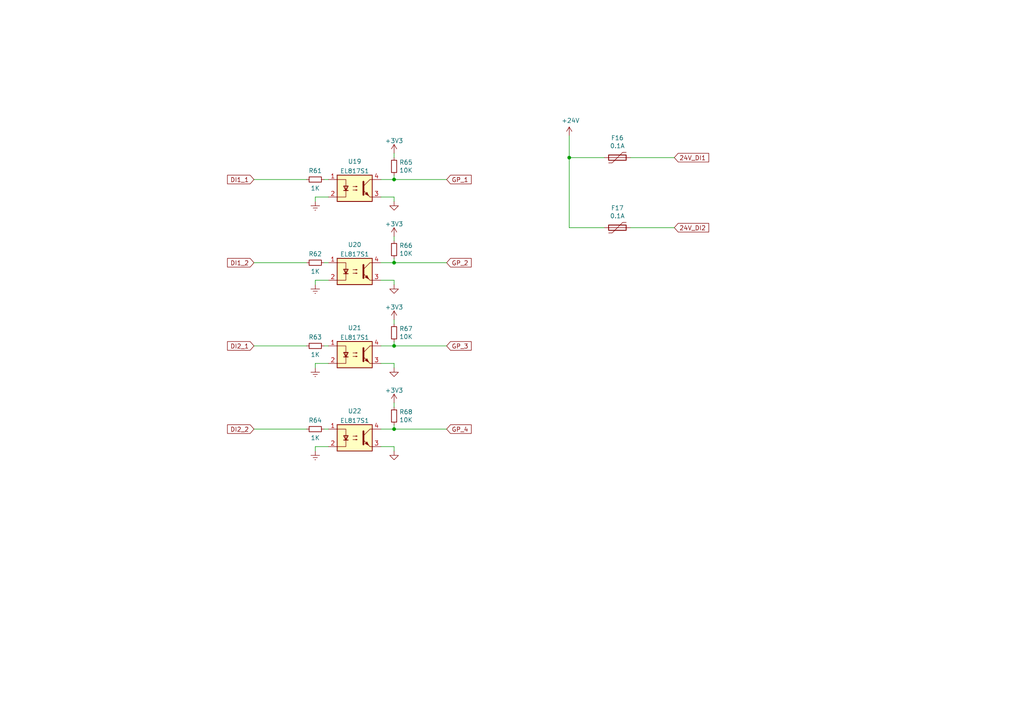
<source format=kicad_sch>
(kicad_sch (version 20211123) (generator eeschema)

  (uuid 22c82aba-2be8-4d5f-a7c9-01f76daf9abb)

  (paper "A4")

  (title_block
    (title "Greenhouse 2.0 IO Board")
    (date "2022-07-26")
    (rev "0.3.0")
    (company "Langhe Greenhaus")
    (comment 1 "Langhe Part Number: 240000")
  )

  (lib_symbols
    (symbol "Device:Polyfuse" (pin_numbers hide) (pin_names (offset 0)) (in_bom yes) (on_board yes)
      (property "Reference" "F" (id 0) (at -2.54 0 90)
        (effects (font (size 1.27 1.27)))
      )
      (property "Value" "Polyfuse" (id 1) (at 2.54 0 90)
        (effects (font (size 1.27 1.27)))
      )
      (property "Footprint" "" (id 2) (at 1.27 -5.08 0)
        (effects (font (size 1.27 1.27)) (justify left) hide)
      )
      (property "Datasheet" "~" (id 3) (at 0 0 0)
        (effects (font (size 1.27 1.27)) hide)
      )
      (property "ki_keywords" "resettable fuse PTC PPTC polyfuse polyswitch" (id 4) (at 0 0 0)
        (effects (font (size 1.27 1.27)) hide)
      )
      (property "ki_description" "Resettable fuse, polymeric positive temperature coefficient" (id 5) (at 0 0 0)
        (effects (font (size 1.27 1.27)) hide)
      )
      (property "ki_fp_filters" "*polyfuse* *PTC*" (id 6) (at 0 0 0)
        (effects (font (size 1.27 1.27)) hide)
      )
      (symbol "Polyfuse_0_1"
        (rectangle (start -0.762 2.54) (end 0.762 -2.54)
          (stroke (width 0.254) (type default) (color 0 0 0 0))
          (fill (type none))
        )
        (polyline
          (pts
            (xy 0 2.54)
            (xy 0 -2.54)
          )
          (stroke (width 0) (type default) (color 0 0 0 0))
          (fill (type none))
        )
        (polyline
          (pts
            (xy -1.524 2.54)
            (xy -1.524 1.524)
            (xy 1.524 -1.524)
            (xy 1.524 -2.54)
          )
          (stroke (width 0) (type default) (color 0 0 0 0))
          (fill (type none))
        )
      )
      (symbol "Polyfuse_1_1"
        (pin passive line (at 0 3.81 270) (length 1.27)
          (name "~" (effects (font (size 1.27 1.27))))
          (number "1" (effects (font (size 1.27 1.27))))
        )
        (pin passive line (at 0 -3.81 90) (length 1.27)
          (name "~" (effects (font (size 1.27 1.27))))
          (number "2" (effects (font (size 1.27 1.27))))
        )
      )
    )
    (symbol "Device:R_Small" (pin_numbers hide) (pin_names (offset 0.254) hide) (in_bom yes) (on_board yes)
      (property "Reference" "R" (id 0) (at 0.762 0.508 0)
        (effects (font (size 1.27 1.27)) (justify left))
      )
      (property "Value" "R_Small" (id 1) (at 0.762 -1.016 0)
        (effects (font (size 1.27 1.27)) (justify left))
      )
      (property "Footprint" "" (id 2) (at 0 0 0)
        (effects (font (size 1.27 1.27)) hide)
      )
      (property "Datasheet" "~" (id 3) (at 0 0 0)
        (effects (font (size 1.27 1.27)) hide)
      )
      (property "ki_keywords" "R resistor" (id 4) (at 0 0 0)
        (effects (font (size 1.27 1.27)) hide)
      )
      (property "ki_description" "Resistor, small symbol" (id 5) (at 0 0 0)
        (effects (font (size 1.27 1.27)) hide)
      )
      (property "ki_fp_filters" "R_*" (id 6) (at 0 0 0)
        (effects (font (size 1.27 1.27)) hide)
      )
      (symbol "R_Small_0_1"
        (rectangle (start -0.762 1.778) (end 0.762 -1.778)
          (stroke (width 0.2032) (type default) (color 0 0 0 0))
          (fill (type none))
        )
      )
      (symbol "R_Small_1_1"
        (pin passive line (at 0 2.54 270) (length 0.762)
          (name "~" (effects (font (size 1.27 1.27))))
          (number "1" (effects (font (size 1.27 1.27))))
        )
        (pin passive line (at 0 -2.54 90) (length 0.762)
          (name "~" (effects (font (size 1.27 1.27))))
          (number "2" (effects (font (size 1.27 1.27))))
        )
      )
    )
    (symbol "JLCPCB:EL817S1" (pin_names (offset 1.016)) (in_bom yes) (on_board yes)
      (property "Reference" "U19" (id 0) (at 0 7.7765 0)
        (effects (font (size 1.27 1.27)))
      )
      (property "Value" "EL817S1" (id 1) (at 0 5.0014 0)
        (effects (font (size 1.27 1.27)))
      )
      (property "Footprint" "JLCPCB:SO-4_6.5x4.8mm_P2.54mm" (id 2) (at -8.89 -5.08 0)
        (effects (font (size 1.27 1.27) italic) (justify left) hide)
      )
      (property "Datasheet" "https://datasheet.lcsc.com/lcsc/1810241112_Everlight-Elec-EL817S1-C-TU-F_C106900.pdf" (id 3) (at 0 -15.24 0)
        (effects (font (size 1.27 1.27)) hide)
      )
      (property "LCSC" "C106900" (id 4) (at 0 -7.62 0)
        (effects (font (size 1.27 1.27)) hide)
      )
      (property "Manufacturer" "Everlight" (id 5) (at 0 -12.7 0)
        (effects (font (size 1.27 1.27)) hide)
      )
      (property "Part Number" "EL817" (id 6) (at 0 -10.16 0)
        (effects (font (size 1.27 1.27)) hide)
      )
      (property "ki_keywords" "NPN DC Optocoupler" (id 7) (at 0 0 0)
        (effects (font (size 1.27 1.27)) hide)
      )
      (property "ki_description" "DC Optocoupler, Vce 35V, DIP-4" (id 8) (at 0 0 0)
        (effects (font (size 1.27 1.27)) hide)
      )
      (property "ki_fp_filters" "DIP*W7.62mm*" (id 9) (at 0 0 0)
        (effects (font (size 1.27 1.27)) hide)
      )
      (symbol "EL817S1_0_1"
        (rectangle (start -5.08 3.81) (end 5.08 -3.81)
          (stroke (width 0.254) (type default) (color 0 0 0 0))
          (fill (type background))
        )
        (polyline
          (pts
            (xy -3.175 -0.635)
            (xy -1.905 -0.635)
          )
          (stroke (width 0.254) (type default) (color 0 0 0 0))
          (fill (type none))
        )
        (polyline
          (pts
            (xy 2.54 0.635)
            (xy 4.445 2.54)
          )
          (stroke (width 0) (type default) (color 0 0 0 0))
          (fill (type none))
        )
        (polyline
          (pts
            (xy 4.445 -2.54)
            (xy 2.54 -0.635)
          )
          (stroke (width 0) (type default) (color 0 0 0 0))
          (fill (type outline))
        )
        (polyline
          (pts
            (xy 4.445 -2.54)
            (xy 5.08 -2.54)
          )
          (stroke (width 0) (type default) (color 0 0 0 0))
          (fill (type none))
        )
        (polyline
          (pts
            (xy 4.445 2.54)
            (xy 5.08 2.54)
          )
          (stroke (width 0) (type default) (color 0 0 0 0))
          (fill (type none))
        )
        (polyline
          (pts
            (xy -5.08 2.54)
            (xy -2.54 2.54)
            (xy -2.54 -0.635)
          )
          (stroke (width 0) (type default) (color 0 0 0 0))
          (fill (type none))
        )
        (polyline
          (pts
            (xy -2.54 -0.635)
            (xy -2.54 -2.54)
            (xy -5.08 -2.54)
          )
          (stroke (width 0) (type default) (color 0 0 0 0))
          (fill (type none))
        )
        (polyline
          (pts
            (xy 2.54 1.905)
            (xy 2.54 -1.905)
            (xy 2.54 -1.905)
          )
          (stroke (width 0.508) (type default) (color 0 0 0 0))
          (fill (type none))
        )
        (polyline
          (pts
            (xy -2.54 -0.635)
            (xy -3.175 0.635)
            (xy -1.905 0.635)
            (xy -2.54 -0.635)
          )
          (stroke (width 0.254) (type default) (color 0 0 0 0))
          (fill (type none))
        )
        (polyline
          (pts
            (xy -0.508 -0.508)
            (xy 0.762 -0.508)
            (xy 0.381 -0.635)
            (xy 0.381 -0.381)
            (xy 0.762 -0.508)
          )
          (stroke (width 0) (type default) (color 0 0 0 0))
          (fill (type none))
        )
        (polyline
          (pts
            (xy -0.508 0.508)
            (xy 0.762 0.508)
            (xy 0.381 0.381)
            (xy 0.381 0.635)
            (xy 0.762 0.508)
          )
          (stroke (width 0) (type default) (color 0 0 0 0))
          (fill (type none))
        )
        (polyline
          (pts
            (xy 3.048 -1.651)
            (xy 3.556 -1.143)
            (xy 4.064 -2.159)
            (xy 3.048 -1.651)
            (xy 3.048 -1.651)
          )
          (stroke (width 0) (type default) (color 0 0 0 0))
          (fill (type outline))
        )
      )
      (symbol "EL817S1_1_1"
        (pin passive line (at -7.62 2.54 0) (length 2.54)
          (name "~" (effects (font (size 1.27 1.27))))
          (number "1" (effects (font (size 1.27 1.27))))
        )
        (pin passive line (at -7.62 -2.54 0) (length 2.54)
          (name "~" (effects (font (size 1.27 1.27))))
          (number "2" (effects (font (size 1.27 1.27))))
        )
        (pin passive line (at 7.62 -2.54 180) (length 2.54)
          (name "~" (effects (font (size 1.27 1.27))))
          (number "3" (effects (font (size 1.27 1.27))))
        )
        (pin passive line (at 7.62 2.54 180) (length 2.54)
          (name "~" (effects (font (size 1.27 1.27))))
          (number "4" (effects (font (size 1.27 1.27))))
        )
      )
    )
    (symbol "Power_BCR:PWRGND" (power) (pin_names (offset 0)) (in_bom yes) (on_board yes)
      (property "Reference" "#PWR" (id 0) (at 0 -6.35 0)
        (effects (font (size 1.27 1.27)) hide)
      )
      (property "Value" "PWRGND" (id 1) (at 0 -3.81 0)
        (effects (font (size 1.27 1.27)) hide)
      )
      (property "Footprint" "" (id 2) (at 0 0 0)
        (effects (font (size 1.27 1.27)) hide)
      )
      (property "Datasheet" "~" (id 3) (at 0 0 0)
        (effects (font (size 1.27 1.27)) hide)
      )
      (property "ki_keywords" "power-flag ground gnd" (id 4) (at 0 0 0)
        (effects (font (size 1.27 1.27)) hide)
      )
      (property "ki_description" "Power symbol creates a global label with name \"PWRGND\", power ground" (id 5) (at 0 0 0)
        (effects (font (size 1.27 1.27)) hide)
      )
      (symbol "PWRGND_0_1"
        (polyline
          (pts
            (xy -0.635 -1.905)
            (xy 0.635 -1.905)
          )
          (stroke (width 0) (type default) (color 0 0 0 0))
          (fill (type none))
        )
        (polyline
          (pts
            (xy -0.127 -2.54)
            (xy 0.127 -2.54)
          )
          (stroke (width 0) (type default) (color 0 0 0 0))
          (fill (type none))
        )
        (polyline
          (pts
            (xy 0 -1.27)
            (xy 0 0)
          )
          (stroke (width 0) (type default) (color 0 0 0 0))
          (fill (type none))
        )
        (polyline
          (pts
            (xy 1.27 -1.27)
            (xy -1.27 -1.27)
          )
          (stroke (width 0) (type default) (color 0 0 0 0))
          (fill (type none))
        )
      )
      (symbol "PWRGND_1_1"
        (pin power_in line (at 0 0 270) (length 0) hide
          (name "GND-PWR" (effects (font (size 1.27 1.27))))
          (number "1" (effects (font (size 1.27 1.27))))
        )
      )
    )
    (symbol "Power_BCR:SIGGND" (power) (pin_names (offset 0)) (in_bom yes) (on_board yes)
      (property "Reference" "#PWR" (id 0) (at 0 -6.35 0)
        (effects (font (size 1.27 1.27)) hide)
      )
      (property "Value" "SIGGND" (id 1) (at 0 -3.81 0)
        (effects (font (size 1.27 1.27)) hide)
      )
      (property "Footprint" "" (id 2) (at 0 0 0)
        (effects (font (size 1.27 1.27)) hide)
      )
      (property "Datasheet" "" (id 3) (at 0 0 0)
        (effects (font (size 1.27 1.27)) hide)
      )
      (property "ki_keywords" "power-flag" (id 4) (at 0 0 0)
        (effects (font (size 1.27 1.27)) hide)
      )
      (property "ki_description" "Power symbol creates a global label with name \"SIGGND\" , signal ground" (id 5) (at 0 0 0)
        (effects (font (size 1.27 1.27)) hide)
      )
      (symbol "SIGGND_0_1"
        (polyline
          (pts
            (xy 0 0)
            (xy 0 -1.27)
            (xy 1.27 -1.27)
            (xy 0 -2.54)
            (xy -1.27 -1.27)
            (xy 0 -1.27)
          )
          (stroke (width 0) (type default) (color 0 0 0 0))
          (fill (type none))
        )
      )
      (symbol "SIGGND_1_1"
        (pin power_in line (at 0 0 270) (length 0) hide
          (name "GND-SIG" (effects (font (size 1.27 1.27))))
          (number "1" (effects (font (size 1.27 1.27))))
        )
      )
    )
    (symbol "power:+24V" (power) (pin_names (offset 0)) (in_bom yes) (on_board yes)
      (property "Reference" "#PWR" (id 0) (at 0 -3.81 0)
        (effects (font (size 1.27 1.27)) hide)
      )
      (property "Value" "+24V" (id 1) (at 0 3.556 0)
        (effects (font (size 1.27 1.27)))
      )
      (property "Footprint" "" (id 2) (at 0 0 0)
        (effects (font (size 1.27 1.27)) hide)
      )
      (property "Datasheet" "" (id 3) (at 0 0 0)
        (effects (font (size 1.27 1.27)) hide)
      )
      (property "ki_keywords" "power-flag" (id 4) (at 0 0 0)
        (effects (font (size 1.27 1.27)) hide)
      )
      (property "ki_description" "Power symbol creates a global label with name \"+24V\"" (id 5) (at 0 0 0)
        (effects (font (size 1.27 1.27)) hide)
      )
      (symbol "+24V_0_1"
        (polyline
          (pts
            (xy -0.762 1.27)
            (xy 0 2.54)
          )
          (stroke (width 0) (type default) (color 0 0 0 0))
          (fill (type none))
        )
        (polyline
          (pts
            (xy 0 0)
            (xy 0 2.54)
          )
          (stroke (width 0) (type default) (color 0 0 0 0))
          (fill (type none))
        )
        (polyline
          (pts
            (xy 0 2.54)
            (xy 0.762 1.27)
          )
          (stroke (width 0) (type default) (color 0 0 0 0))
          (fill (type none))
        )
      )
      (symbol "+24V_1_1"
        (pin power_in line (at 0 0 90) (length 0) hide
          (name "+24V" (effects (font (size 1.27 1.27))))
          (number "1" (effects (font (size 1.27 1.27))))
        )
      )
    )
    (symbol "power:+3V3" (power) (pin_names (offset 0)) (in_bom yes) (on_board yes)
      (property "Reference" "#PWR" (id 0) (at 0 -3.81 0)
        (effects (font (size 1.27 1.27)) hide)
      )
      (property "Value" "+3V3" (id 1) (at 0 3.556 0)
        (effects (font (size 1.27 1.27)))
      )
      (property "Footprint" "" (id 2) (at 0 0 0)
        (effects (font (size 1.27 1.27)) hide)
      )
      (property "Datasheet" "" (id 3) (at 0 0 0)
        (effects (font (size 1.27 1.27)) hide)
      )
      (property "ki_keywords" "power-flag" (id 4) (at 0 0 0)
        (effects (font (size 1.27 1.27)) hide)
      )
      (property "ki_description" "Power symbol creates a global label with name \"+3V3\"" (id 5) (at 0 0 0)
        (effects (font (size 1.27 1.27)) hide)
      )
      (symbol "+3V3_0_1"
        (polyline
          (pts
            (xy -0.762 1.27)
            (xy 0 2.54)
          )
          (stroke (width 0) (type default) (color 0 0 0 0))
          (fill (type none))
        )
        (polyline
          (pts
            (xy 0 0)
            (xy 0 2.54)
          )
          (stroke (width 0) (type default) (color 0 0 0 0))
          (fill (type none))
        )
        (polyline
          (pts
            (xy 0 2.54)
            (xy 0.762 1.27)
          )
          (stroke (width 0) (type default) (color 0 0 0 0))
          (fill (type none))
        )
      )
      (symbol "+3V3_1_1"
        (pin power_in line (at 0 0 90) (length 0) hide
          (name "+3V3" (effects (font (size 1.27 1.27))))
          (number "1" (effects (font (size 1.27 1.27))))
        )
      )
    )
  )

  (junction (at 114.3 124.46) (diameter 0) (color 0 0 0 0)
    (uuid 04517c26-3723-4ee8-a8f3-e3d68bb96385)
  )
  (junction (at 165.1 45.72) (diameter 0) (color 0 0 0 0)
    (uuid 04aecf74-37e7-4ebb-abc5-960dfecfafda)
  )
  (junction (at 114.3 52.07) (diameter 0) (color 0 0 0 0)
    (uuid 6df883c1-fcff-42a0-a359-37b7e31ad781)
  )
  (junction (at 114.3 76.2) (diameter 0) (color 0 0 0 0)
    (uuid 8f23d186-d01d-4c77-add5-aff7f4bd42e6)
  )
  (junction (at 114.3 100.33) (diameter 0) (color 0 0 0 0)
    (uuid f8497f1f-0090-4807-94b7-34ba7706a370)
  )

  (wire (pts (xy 165.1 66.04) (xy 165.1 45.72))
    (stroke (width 0) (type default) (color 0 0 0 0))
    (uuid 0f371681-77db-4e19-9448-600fee460683)
  )
  (wire (pts (xy 165.1 39.37) (xy 165.1 45.72))
    (stroke (width 0) (type default) (color 0 0 0 0))
    (uuid 12881b3e-7ec9-4516-9817-204cda772a34)
  )
  (wire (pts (xy 91.44 105.41) (xy 91.44 106.68))
    (stroke (width 0) (type default) (color 0 0 0 0))
    (uuid 19224a20-4564-4211-9651-15364c0ad447)
  )
  (wire (pts (xy 182.88 45.72) (xy 195.58 45.72))
    (stroke (width 0) (type default) (color 0 0 0 0))
    (uuid 20473fba-0340-4c0e-8504-5d8f5fabd33d)
  )
  (wire (pts (xy 73.66 100.33) (xy 88.9 100.33))
    (stroke (width 0) (type default) (color 0 0 0 0))
    (uuid 237fccc9-c507-43e0-ac93-2060afd45ca0)
  )
  (wire (pts (xy 110.49 105.41) (xy 114.3 105.41))
    (stroke (width 0) (type default) (color 0 0 0 0))
    (uuid 2bda9e0e-15b5-496a-ab27-5c85dbe806c1)
  )
  (wire (pts (xy 114.3 124.46) (xy 129.54 124.46))
    (stroke (width 0) (type default) (color 0 0 0 0))
    (uuid 307e8d3f-54bc-43b1-88bc-9455b8567927)
  )
  (wire (pts (xy 110.49 129.54) (xy 114.3 129.54))
    (stroke (width 0) (type default) (color 0 0 0 0))
    (uuid 313ab393-18c7-4152-86f0-94c7de630510)
  )
  (wire (pts (xy 114.3 76.2) (xy 129.54 76.2))
    (stroke (width 0) (type default) (color 0 0 0 0))
    (uuid 36998fb1-7980-48e0-9c63-62b75bd95726)
  )
  (wire (pts (xy 114.3 124.46) (xy 114.3 123.19))
    (stroke (width 0) (type default) (color 0 0 0 0))
    (uuid 388c8aa5-2549-44b3-83af-7782149cb719)
  )
  (wire (pts (xy 91.44 81.28) (xy 91.44 82.55))
    (stroke (width 0) (type default) (color 0 0 0 0))
    (uuid 3e4e6cbd-2523-44ad-b24e-19a54bc2a332)
  )
  (wire (pts (xy 95.25 81.28) (xy 91.44 81.28))
    (stroke (width 0) (type default) (color 0 0 0 0))
    (uuid 3fd25b1c-1eb7-44ee-816b-1d14989e591f)
  )
  (wire (pts (xy 114.3 92.71) (xy 114.3 93.98))
    (stroke (width 0) (type default) (color 0 0 0 0))
    (uuid 4ebaf74b-2c17-4b05-b61d-56a73a44a304)
  )
  (wire (pts (xy 73.66 124.46) (xy 88.9 124.46))
    (stroke (width 0) (type default) (color 0 0 0 0))
    (uuid 55c2d934-244c-44fa-a407-b54a366ca226)
  )
  (wire (pts (xy 114.3 52.07) (xy 129.54 52.07))
    (stroke (width 0) (type default) (color 0 0 0 0))
    (uuid 6a9c298e-f3f9-4649-be2e-b74be12aaf44)
  )
  (wire (pts (xy 73.66 76.2) (xy 88.9 76.2))
    (stroke (width 0) (type default) (color 0 0 0 0))
    (uuid 6d4755ec-a744-4ad9-ab1c-d4cbc1cba3a3)
  )
  (wire (pts (xy 110.49 124.46) (xy 114.3 124.46))
    (stroke (width 0) (type default) (color 0 0 0 0))
    (uuid 74967909-de6d-4001-8c88-f99d63ead76d)
  )
  (wire (pts (xy 110.49 52.07) (xy 114.3 52.07))
    (stroke (width 0) (type default) (color 0 0 0 0))
    (uuid 77b8e29b-b841-4083-aa80-0f70dfb2dfbb)
  )
  (wire (pts (xy 110.49 81.28) (xy 114.3 81.28))
    (stroke (width 0) (type default) (color 0 0 0 0))
    (uuid 77dfcf6d-daeb-4c38-baed-ff285be39a98)
  )
  (wire (pts (xy 93.98 100.33) (xy 95.25 100.33))
    (stroke (width 0) (type default) (color 0 0 0 0))
    (uuid 793be4a6-5531-461d-b913-318f1b9a9e10)
  )
  (wire (pts (xy 114.3 76.2) (xy 114.3 74.93))
    (stroke (width 0) (type default) (color 0 0 0 0))
    (uuid 7ec9d459-256f-4d66-8a7c-4c8fb001b793)
  )
  (wire (pts (xy 91.44 57.15) (xy 91.44 58.42))
    (stroke (width 0) (type default) (color 0 0 0 0))
    (uuid 81a799a6-b9e1-40f5-bde6-b20408d94deb)
  )
  (wire (pts (xy 95.25 57.15) (xy 91.44 57.15))
    (stroke (width 0) (type default) (color 0 0 0 0))
    (uuid 81b2edb1-3a49-449f-9c0a-0a3c02496927)
  )
  (wire (pts (xy 114.3 100.33) (xy 114.3 99.06))
    (stroke (width 0) (type default) (color 0 0 0 0))
    (uuid 838ff508-772f-4131-82b0-185dc6b2c41d)
  )
  (wire (pts (xy 93.98 52.07) (xy 95.25 52.07))
    (stroke (width 0) (type default) (color 0 0 0 0))
    (uuid 8c1d496a-835a-4b3d-b082-6455e55812a0)
  )
  (wire (pts (xy 165.1 45.72) (xy 175.26 45.72))
    (stroke (width 0) (type default) (color 0 0 0 0))
    (uuid 8d0a04e9-7e33-464e-9056-01d424239677)
  )
  (wire (pts (xy 95.25 129.54) (xy 91.44 129.54))
    (stroke (width 0) (type default) (color 0 0 0 0))
    (uuid a121e480-318c-44c6-9b4c-07f5e17023ab)
  )
  (wire (pts (xy 93.98 124.46) (xy 95.25 124.46))
    (stroke (width 0) (type default) (color 0 0 0 0))
    (uuid a1860bca-dadb-4f4c-bc8d-faaf54e6ea35)
  )
  (wire (pts (xy 110.49 100.33) (xy 114.3 100.33))
    (stroke (width 0) (type default) (color 0 0 0 0))
    (uuid a2e4f715-a141-46e6-ba33-76b7ecf35f22)
  )
  (wire (pts (xy 114.3 52.07) (xy 114.3 50.8))
    (stroke (width 0) (type default) (color 0 0 0 0))
    (uuid a5b72691-863d-4bd7-a742-be20a618bee7)
  )
  (wire (pts (xy 114.3 68.58) (xy 114.3 69.85))
    (stroke (width 0) (type default) (color 0 0 0 0))
    (uuid a7c5861c-163d-4dc0-9746-dd89364641be)
  )
  (wire (pts (xy 110.49 76.2) (xy 114.3 76.2))
    (stroke (width 0) (type default) (color 0 0 0 0))
    (uuid af812166-a81d-46ec-87a9-b5397c683f3b)
  )
  (wire (pts (xy 114.3 44.45) (xy 114.3 45.72))
    (stroke (width 0) (type default) (color 0 0 0 0))
    (uuid b32875d1-9820-41f7-885c-f3dd702d0b78)
  )
  (wire (pts (xy 182.88 66.04) (xy 195.58 66.04))
    (stroke (width 0) (type default) (color 0 0 0 0))
    (uuid b9399be1-8136-4e80-b18f-f5276d2c418c)
  )
  (wire (pts (xy 175.26 66.04) (xy 165.1 66.04))
    (stroke (width 0) (type default) (color 0 0 0 0))
    (uuid bb42cafd-0fd7-4725-a4ef-425692180cd4)
  )
  (wire (pts (xy 91.44 129.54) (xy 91.44 130.81))
    (stroke (width 0) (type default) (color 0 0 0 0))
    (uuid bcf08c21-6c39-4770-9520-4da03f886133)
  )
  (wire (pts (xy 114.3 105.41) (xy 114.3 106.68))
    (stroke (width 0) (type default) (color 0 0 0 0))
    (uuid bd665528-deaf-4901-8970-99bb29f93da3)
  )
  (wire (pts (xy 73.66 52.07) (xy 88.9 52.07))
    (stroke (width 0) (type default) (color 0 0 0 0))
    (uuid cc85dcca-fc79-49b5-beba-3c59aa625749)
  )
  (wire (pts (xy 93.98 76.2) (xy 95.25 76.2))
    (stroke (width 0) (type default) (color 0 0 0 0))
    (uuid d9aa00cc-c414-4717-9b7b-3e345a5a5fa5)
  )
  (wire (pts (xy 114.3 57.15) (xy 114.3 58.42))
    (stroke (width 0) (type default) (color 0 0 0 0))
    (uuid e50027c8-3f55-47be-85d7-0905666b13a4)
  )
  (wire (pts (xy 114.3 116.84) (xy 114.3 118.11))
    (stroke (width 0) (type default) (color 0 0 0 0))
    (uuid e9af6831-50b7-43fd-a681-91c82a3a5872)
  )
  (wire (pts (xy 110.49 57.15) (xy 114.3 57.15))
    (stroke (width 0) (type default) (color 0 0 0 0))
    (uuid eec6078d-50be-4519-8a3f-f6b91a5e0a2b)
  )
  (wire (pts (xy 114.3 81.28) (xy 114.3 82.55))
    (stroke (width 0) (type default) (color 0 0 0 0))
    (uuid f36c2281-562a-4455-a30b-51a684a8cb36)
  )
  (wire (pts (xy 95.25 105.41) (xy 91.44 105.41))
    (stroke (width 0) (type default) (color 0 0 0 0))
    (uuid f8ff686e-e9dd-40f9-ab66-bf892f0d9d7d)
  )
  (wire (pts (xy 114.3 129.54) (xy 114.3 130.81))
    (stroke (width 0) (type default) (color 0 0 0 0))
    (uuid fdf832d5-32d8-428e-a263-a48500bdfde5)
  )
  (wire (pts (xy 114.3 100.33) (xy 129.54 100.33))
    (stroke (width 0) (type default) (color 0 0 0 0))
    (uuid ff593088-00fe-411d-8bf3-4075eb3069ec)
  )

  (global_label "DI1_1" (shape input) (at 73.66 52.07 180) (fields_autoplaced)
    (effects (font (size 1.27 1.27)) (justify right))
    (uuid 1456d5c2-ebbe-44aa-af9d-cb25dac36aea)
    (property "Intersheet References" "${INTERSHEET_REFS}" (id 0) (at 66.0744 51.9906 0)
      (effects (font (size 1.27 1.27)) (justify right) hide)
    )
  )
  (global_label "GP_3" (shape input) (at 129.54 100.33 0) (fields_autoplaced)
    (effects (font (size 1.27 1.27)) (justify left))
    (uuid 15cdc298-1cfa-4a46-af89-2cfc078b6a82)
    (property "Intersheet References" "${INTERSHEET_REFS}" (id 0) (at 136.5813 100.2506 0)
      (effects (font (size 1.27 1.27)) (justify left) hide)
    )
  )
  (global_label "24V_DI1" (shape input) (at 195.58 45.72 0) (fields_autoplaced)
    (effects (font (size 1.27 1.27)) (justify left))
    (uuid 531d4777-8609-4a1d-aa9f-13640fc77957)
    (property "Intersheet References" "${INTERSHEET_REFS}" (id 0) (at 205.4637 45.6406 0)
      (effects (font (size 1.27 1.27)) (justify left) hide)
    )
  )
  (global_label "24V_DI2" (shape input) (at 195.58 66.04 0) (fields_autoplaced)
    (effects (font (size 1.27 1.27)) (justify left))
    (uuid 534ebf73-6896-46c0-b9e2-61f75436fbe0)
    (property "Intersheet References" "${INTERSHEET_REFS}" (id 0) (at 205.4637 65.9606 0)
      (effects (font (size 1.27 1.27)) (justify left) hide)
    )
  )
  (global_label "GP_2" (shape input) (at 129.54 76.2 0) (fields_autoplaced)
    (effects (font (size 1.27 1.27)) (justify left))
    (uuid 5d227641-0d68-4ea3-8852-ef1ab7657285)
    (property "Intersheet References" "${INTERSHEET_REFS}" (id 0) (at 136.5813 76.1206 0)
      (effects (font (size 1.27 1.27)) (justify left) hide)
    )
  )
  (global_label "DI2_2" (shape input) (at 73.66 124.46 180) (fields_autoplaced)
    (effects (font (size 1.27 1.27)) (justify right))
    (uuid 5eb6c056-d028-42ae-ac06-9e6d7884c3f6)
    (property "Intersheet References" "${INTERSHEET_REFS}" (id 0) (at 66.0744 124.3806 0)
      (effects (font (size 1.27 1.27)) (justify right) hide)
    )
  )
  (global_label "GP_1" (shape input) (at 129.54 52.07 0) (fields_autoplaced)
    (effects (font (size 1.27 1.27)) (justify left))
    (uuid 69e68311-892a-44fb-9c19-c7290c4e6486)
    (property "Intersheet References" "${INTERSHEET_REFS}" (id 0) (at 136.5813 51.9906 0)
      (effects (font (size 1.27 1.27)) (justify left) hide)
    )
  )
  (global_label "DI1_2" (shape input) (at 73.66 76.2 180) (fields_autoplaced)
    (effects (font (size 1.27 1.27)) (justify right))
    (uuid c85fccfd-ced0-4fb1-bb8c-1cfb2300b017)
    (property "Intersheet References" "${INTERSHEET_REFS}" (id 0) (at 66.0744 76.1206 0)
      (effects (font (size 1.27 1.27)) (justify right) hide)
    )
  )
  (global_label "DI2_1" (shape input) (at 73.66 100.33 180) (fields_autoplaced)
    (effects (font (size 1.27 1.27)) (justify right))
    (uuid dcb29f17-18cb-47cb-8065-92cd196ef360)
    (property "Intersheet References" "${INTERSHEET_REFS}" (id 0) (at 66.0744 100.2506 0)
      (effects (font (size 1.27 1.27)) (justify right) hide)
    )
  )
  (global_label "GP_4" (shape input) (at 129.54 124.46 0) (fields_autoplaced)
    (effects (font (size 1.27 1.27)) (justify left))
    (uuid e0c4d700-7ed2-42de-be84-e398394c9b6c)
    (property "Intersheet References" "${INTERSHEET_REFS}" (id 0) (at 136.5813 124.3806 0)
      (effects (font (size 1.27 1.27)) (justify left) hide)
    )
  )

  (symbol (lib_id "Device:Polyfuse") (at 179.07 66.04 270) (unit 1)
    (in_bom yes) (on_board yes)
    (uuid 1a930bba-6deb-433b-884a-45874d31c31c)
    (property "Reference" "F17" (id 0) (at 179.07 60.325 90))
    (property "Value" "0.1A" (id 1) (at 179.07 62.6364 90))
    (property "Footprint" "Resistor_SMD:R_1206_3216Metric" (id 2) (at 173.99 67.31 0)
      (effects (font (size 1.27 1.27)) (justify left) hide)
    )
    (property "Datasheet" "https://datasheet.lcsc.com/lcsc/1811091410_TECHFUSE-nSMD010_C70065.pdf" (id 3) (at 179.07 66.04 0)
      (effects (font (size 1.27 1.27)) hide)
    )
    (property "LCSC" "C70065" (id 4) (at 179.07 66.04 0)
      (effects (font (size 1.27 1.27)) hide)
    )
    (pin "1" (uuid 29e863f6-17f9-4c50-afbd-075d74cf56fd))
    (pin "2" (uuid d443a723-8106-4dc4-a178-034f18298bdf))
  )

  (symbol (lib_id "Device:R_Small") (at 114.3 72.39 0) (unit 1)
    (in_bom yes) (on_board yes)
    (uuid 1cd5e6e6-0215-40b4-a6eb-69ab3b3abc43)
    (property "Reference" "R66" (id 0) (at 115.7986 71.2216 0)
      (effects (font (size 1.27 1.27)) (justify left))
    )
    (property "Value" "10K" (id 1) (at 115.7986 73.533 0)
      (effects (font (size 1.27 1.27)) (justify left))
    )
    (property "Footprint" "Resistor_SMD:R_0805_2012Metric" (id 2) (at 114.3 72.39 0)
      (effects (font (size 1.27 1.27)) hide)
    )
    (property "Datasheet" "https://datasheet.lcsc.com/lcsc/2110251730_UNI-ROYAL-Uniroyal-Elec-0805W8F1002T5E_C17414.pdf" (id 3) (at 114.3 72.39 0)
      (effects (font (size 1.27 1.27)) hide)
    )
    (property "LCSC" "C17414" (id 4) (at 114.3 72.39 0)
      (effects (font (size 1.27 1.27)) hide)
    )
    (pin "1" (uuid b65b1c4a-54e0-408e-9dd0-09b9c3bc45d4))
    (pin "2" (uuid b1901577-f3c1-4560-8583-1331636d5a38))
  )

  (symbol (lib_id "Device:Polyfuse") (at 179.07 45.72 270) (unit 1)
    (in_bom yes) (on_board yes)
    (uuid 324faf9c-a05f-4bf7-bb6d-e16b0544801d)
    (property "Reference" "F16" (id 0) (at 179.07 40.005 90))
    (property "Value" "0.1A" (id 1) (at 179.07 42.3164 90))
    (property "Footprint" "Resistor_SMD:R_1206_3216Metric" (id 2) (at 173.99 46.99 0)
      (effects (font (size 1.27 1.27)) (justify left) hide)
    )
    (property "Datasheet" "https://datasheet.lcsc.com/lcsc/1811091410_TECHFUSE-nSMD010_C70065.pdf" (id 3) (at 179.07 45.72 0)
      (effects (font (size 1.27 1.27)) hide)
    )
    (property "LCSC" "C70065" (id 4) (at 179.07 45.72 0)
      (effects (font (size 1.27 1.27)) hide)
    )
    (pin "1" (uuid f0e322f3-03e9-4805-9382-8dde044d8bf0))
    (pin "2" (uuid 6f6f2ff0-85da-4ec1-a73b-4a646208385b))
  )

  (symbol (lib_id "power:+3V3") (at 114.3 92.71 0) (unit 1)
    (in_bom yes) (on_board yes) (fields_autoplaced)
    (uuid 4f2e70bc-7c03-4eff-9457-31de47b7b612)
    (property "Reference" "#PWR077" (id 0) (at 114.3 96.52 0)
      (effects (font (size 1.27 1.27)) hide)
    )
    (property "Value" "+3V3" (id 1) (at 114.3 89.1055 0))
    (property "Footprint" "" (id 2) (at 114.3 92.71 0)
      (effects (font (size 1.27 1.27)) hide)
    )
    (property "Datasheet" "" (id 3) (at 114.3 92.71 0)
      (effects (font (size 1.27 1.27)) hide)
    )
    (pin "1" (uuid 001ca286-8cd6-48e2-8986-02946ee1d2f2))
  )

  (symbol (lib_id "Power_BCR:PWRGND") (at 91.44 130.81 0) (unit 1)
    (in_bom yes) (on_board yes)
    (uuid 4fa7f159-aa11-46f2-971d-376422913a13)
    (property "Reference" "#PWR0212" (id 0) (at 91.44 137.16 0)
      (effects (font (size 1.27 1.27)) hide)
    )
    (property "Value" "PWRGND" (id 1) (at 91.44 134.62 0)
      (effects (font (size 1.27 1.27)) hide)
    )
    (property "Footprint" "" (id 2) (at 91.44 130.81 0)
      (effects (font (size 1.27 1.27)) hide)
    )
    (property "Datasheet" "~" (id 3) (at 91.44 130.81 0)
      (effects (font (size 1.27 1.27)) hide)
    )
    (pin "1" (uuid 5a8a48f2-15d2-4039-a8be-cdf6c788e7d7))
  )

  (symbol (lib_id "Power_BCR:PWRGND") (at 91.44 106.68 0) (unit 1)
    (in_bom yes) (on_board yes)
    (uuid 505a4b89-73b6-4f4a-a92e-ed82218cb847)
    (property "Reference" "#PWR0211" (id 0) (at 91.44 113.03 0)
      (effects (font (size 1.27 1.27)) hide)
    )
    (property "Value" "PWRGND" (id 1) (at 91.44 110.49 0)
      (effects (font (size 1.27 1.27)) hide)
    )
    (property "Footprint" "" (id 2) (at 91.44 106.68 0)
      (effects (font (size 1.27 1.27)) hide)
    )
    (property "Datasheet" "~" (id 3) (at 91.44 106.68 0)
      (effects (font (size 1.27 1.27)) hide)
    )
    (pin "1" (uuid 9b1e8427-d3e7-49d5-b81c-6d76e6f16499))
  )

  (symbol (lib_id "JLCPCB:EL817S1") (at 102.87 54.61 0) (unit 1)
    (in_bom yes) (on_board yes) (fields_autoplaced)
    (uuid 547e29d9-8679-4219-8e55-ba15b3e3f26f)
    (property "Reference" "U19" (id 0) (at 102.87 46.8335 0))
    (property "Value" "EL817S1" (id 1) (at 102.87 49.6086 0))
    (property "Footprint" "JLCPCB:SO-4_6.5x4.8mm_P2.54mm" (id 2) (at 93.98 59.69 0)
      (effects (font (size 1.27 1.27) italic) (justify left) hide)
    )
    (property "Datasheet" "https://datasheet.lcsc.com/lcsc/1810241112_Everlight-Elec-EL817S1-C-TU-F_C106900.pdf" (id 3) (at 102.87 69.85 0)
      (effects (font (size 1.27 1.27)) hide)
    )
    (property "LCSC" "C106900" (id 4) (at 102.87 62.23 0)
      (effects (font (size 1.27 1.27)) hide)
    )
    (property "Manufacturer" "Everlight" (id 5) (at 102.87 67.31 0)
      (effects (font (size 1.27 1.27)) hide)
    )
    (property "Part Number" "EL817" (id 6) (at 102.87 64.77 0)
      (effects (font (size 1.27 1.27)) hide)
    )
    (pin "1" (uuid 4732a3cb-4d57-4251-a632-e9dcd1fa66c5))
    (pin "2" (uuid 0d997ad5-e8d7-4006-b240-d23cd29d396b))
    (pin "3" (uuid 210e339f-0609-4abb-8b5f-1954c3fed83e))
    (pin "4" (uuid b464a7d4-81dc-499c-b7a2-aeeb62a1762a))
  )

  (symbol (lib_id "Power_BCR:PWRGND") (at 91.44 58.42 0) (unit 1)
    (in_bom yes) (on_board yes)
    (uuid 556d54c5-de88-4a44-9ffe-0ac16bee8b20)
    (property "Reference" "#PWR0213" (id 0) (at 91.44 64.77 0)
      (effects (font (size 1.27 1.27)) hide)
    )
    (property "Value" "PWRGND" (id 1) (at 91.44 62.23 0)
      (effects (font (size 1.27 1.27)) hide)
    )
    (property "Footprint" "" (id 2) (at 91.44 58.42 0)
      (effects (font (size 1.27 1.27)) hide)
    )
    (property "Datasheet" "~" (id 3) (at 91.44 58.42 0)
      (effects (font (size 1.27 1.27)) hide)
    )
    (pin "1" (uuid 6e4f0551-3da9-4fe7-aa9e-90d9fc887f82))
  )

  (symbol (lib_id "power:+3V3") (at 114.3 116.84 0) (unit 1)
    (in_bom yes) (on_board yes) (fields_autoplaced)
    (uuid 5cbd92ff-a630-4552-86e6-e5fb83d0cfdd)
    (property "Reference" "#PWR081" (id 0) (at 114.3 120.65 0)
      (effects (font (size 1.27 1.27)) hide)
    )
    (property "Value" "+3V3" (id 1) (at 114.3 113.2355 0))
    (property "Footprint" "" (id 2) (at 114.3 116.84 0)
      (effects (font (size 1.27 1.27)) hide)
    )
    (property "Datasheet" "" (id 3) (at 114.3 116.84 0)
      (effects (font (size 1.27 1.27)) hide)
    )
    (pin "1" (uuid e99586aa-911d-4886-ba8b-1827c1ad0881))
  )

  (symbol (lib_id "JLCPCB:EL817S1") (at 102.87 127 0) (unit 1)
    (in_bom yes) (on_board yes) (fields_autoplaced)
    (uuid 813d1ba8-d551-4b9a-b55b-6365c5ca6fe6)
    (property "Reference" "U22" (id 0) (at 102.87 119.2235 0))
    (property "Value" "EL817S1" (id 1) (at 102.87 121.9986 0))
    (property "Footprint" "JLCPCB:SO-4_6.5x4.8mm_P2.54mm" (id 2) (at 93.98 132.08 0)
      (effects (font (size 1.27 1.27) italic) (justify left) hide)
    )
    (property "Datasheet" "https://datasheet.lcsc.com/lcsc/1810241112_Everlight-Elec-EL817S1-C-TU-F_C106900.pdf" (id 3) (at 102.87 142.24 0)
      (effects (font (size 1.27 1.27)) hide)
    )
    (property "LCSC" "C106900" (id 4) (at 102.87 134.62 0)
      (effects (font (size 1.27 1.27)) hide)
    )
    (property "Manufacturer" "Everlight" (id 5) (at 102.87 139.7 0)
      (effects (font (size 1.27 1.27)) hide)
    )
    (property "Part Number" "EL817" (id 6) (at 102.87 137.16 0)
      (effects (font (size 1.27 1.27)) hide)
    )
    (pin "1" (uuid bbd4f434-8f0e-4292-8460-acc6af6488f7))
    (pin "2" (uuid 4fa0d8bb-ab7c-4bcb-8d64-408b012a37e7))
    (pin "3" (uuid 3f4b7351-b412-4dbf-8fd6-a3345be05378))
    (pin "4" (uuid 02eaa0c8-5ed7-4da7-a518-74c4072b0c54))
  )

  (symbol (lib_id "Device:R_Small") (at 91.44 76.2 90) (unit 1)
    (in_bom yes) (on_board yes)
    (uuid 81408036-0650-46d3-a81b-6d73bc41bdec)
    (property "Reference" "R62" (id 0) (at 91.44 73.66 90))
    (property "Value" "1K" (id 1) (at 91.44 78.74 90))
    (property "Footprint" "Resistor_SMD:R_0805_2012Metric" (id 2) (at 91.44 76.2 0)
      (effects (font (size 1.27 1.27)) hide)
    )
    (property "Datasheet" "https://datasheet.lcsc.com/lcsc/2110251730_UNI-ROYAL-Uniroyal-Elec-0805W8F1001T5E_C17513.pdf" (id 3) (at 91.44 76.2 0)
      (effects (font (size 1.27 1.27)) hide)
    )
    (property "LCSC" "C17513" (id 4) (at 91.44 76.2 0)
      (effects (font (size 1.27 1.27)) hide)
    )
    (pin "1" (uuid 8964a44b-8f15-4950-bde0-8cc5a7d16780))
    (pin "2" (uuid 32e271a4-2e2a-4908-b525-dc13dd9d27c1))
  )

  (symbol (lib_id "Power_BCR:SIGGND") (at 114.3 58.42 0) (unit 1)
    (in_bom yes) (on_board yes) (fields_autoplaced)
    (uuid 8f3201c0-6cc2-49f1-b68e-20e73e93b8a9)
    (property "Reference" "#PWR0143" (id 0) (at 114.3 64.77 0)
      (effects (font (size 1.27 1.27)) hide)
    )
    (property "Value" "SIGGND" (id 1) (at 114.3 62.23 0)
      (effects (font (size 1.27 1.27)) hide)
    )
    (property "Footprint" "" (id 2) (at 114.3 58.42 0)
      (effects (font (size 1.27 1.27)) hide)
    )
    (property "Datasheet" "" (id 3) (at 114.3 58.42 0)
      (effects (font (size 1.27 1.27)) hide)
    )
    (pin "1" (uuid dd87d934-55b5-4b09-9d08-1b6b32456f0a))
  )

  (symbol (lib_id "Device:R_Small") (at 114.3 120.65 0) (unit 1)
    (in_bom yes) (on_board yes)
    (uuid 8f63f1eb-9b24-473b-a02c-c7159e63f81e)
    (property "Reference" "R68" (id 0) (at 115.7986 119.4816 0)
      (effects (font (size 1.27 1.27)) (justify left))
    )
    (property "Value" "10K" (id 1) (at 115.7986 121.793 0)
      (effects (font (size 1.27 1.27)) (justify left))
    )
    (property "Footprint" "Resistor_SMD:R_0805_2012Metric" (id 2) (at 114.3 120.65 0)
      (effects (font (size 1.27 1.27)) hide)
    )
    (property "Datasheet" "https://datasheet.lcsc.com/lcsc/2110251730_UNI-ROYAL-Uniroyal-Elec-0805W8F1002T5E_C17414.pdf" (id 3) (at 114.3 120.65 0)
      (effects (font (size 1.27 1.27)) hide)
    )
    (property "LCSC" "C17414" (id 4) (at 114.3 120.65 0)
      (effects (font (size 1.27 1.27)) hide)
    )
    (pin "1" (uuid aa7a9e4b-5eda-44da-b6da-bc039ce4fe6b))
    (pin "2" (uuid 6c53af82-56a8-4195-a79b-334d36450e90))
  )

  (symbol (lib_id "Power_BCR:SIGGND") (at 114.3 82.55 0) (unit 1)
    (in_bom yes) (on_board yes) (fields_autoplaced)
    (uuid 97132514-839c-4fcf-88e3-f58cdffbc350)
    (property "Reference" "#PWR0140" (id 0) (at 114.3 88.9 0)
      (effects (font (size 1.27 1.27)) hide)
    )
    (property "Value" "SIGGND" (id 1) (at 114.3 86.36 0)
      (effects (font (size 1.27 1.27)) hide)
    )
    (property "Footprint" "" (id 2) (at 114.3 82.55 0)
      (effects (font (size 1.27 1.27)) hide)
    )
    (property "Datasheet" "" (id 3) (at 114.3 82.55 0)
      (effects (font (size 1.27 1.27)) hide)
    )
    (pin "1" (uuid 3e96082f-a25b-414a-be7f-55f09faca311))
  )

  (symbol (lib_id "Device:R_Small") (at 91.44 52.07 90) (unit 1)
    (in_bom yes) (on_board yes)
    (uuid 97212a1d-e31a-48b1-acee-37a7b4111562)
    (property "Reference" "R61" (id 0) (at 91.44 49.53 90))
    (property "Value" "1K" (id 1) (at 91.44 54.61 90))
    (property "Footprint" "Resistor_SMD:R_0805_2012Metric" (id 2) (at 91.44 52.07 0)
      (effects (font (size 1.27 1.27)) hide)
    )
    (property "Datasheet" "https://datasheet.lcsc.com/lcsc/2110251730_UNI-ROYAL-Uniroyal-Elec-0805W8F1001T5E_C17513.pdf" (id 3) (at 91.44 52.07 0)
      (effects (font (size 1.27 1.27)) hide)
    )
    (property "LCSC" "C17513" (id 4) (at 91.44 52.07 0)
      (effects (font (size 1.27 1.27)) hide)
    )
    (pin "1" (uuid 66f033d4-7f4d-4d8b-8047-3c7c415b0219))
    (pin "2" (uuid 4f44dbb5-7291-4f3d-bac0-3894599fbeae))
  )

  (symbol (lib_id "Device:R_Small") (at 91.44 100.33 90) (unit 1)
    (in_bom yes) (on_board yes)
    (uuid 9963897d-9b73-474c-82c3-873f644a382d)
    (property "Reference" "R63" (id 0) (at 91.44 97.79 90))
    (property "Value" "1K" (id 1) (at 91.44 102.87 90))
    (property "Footprint" "Resistor_SMD:R_0805_2012Metric" (id 2) (at 91.44 100.33 0)
      (effects (font (size 1.27 1.27)) hide)
    )
    (property "Datasheet" "https://datasheet.lcsc.com/lcsc/2110251730_UNI-ROYAL-Uniroyal-Elec-0805W8F1001T5E_C17513.pdf" (id 3) (at 91.44 100.33 0)
      (effects (font (size 1.27 1.27)) hide)
    )
    (property "LCSC" "C17513" (id 4) (at 91.44 100.33 0)
      (effects (font (size 1.27 1.27)) hide)
    )
    (pin "1" (uuid afe80349-4e78-4174-96c9-c0fd6cebb1eb))
    (pin "2" (uuid cb2576fc-fa53-498d-b8da-4d47f6d1e0e3))
  )

  (symbol (lib_id "JLCPCB:EL817S1") (at 102.87 102.87 0) (unit 1)
    (in_bom yes) (on_board yes) (fields_autoplaced)
    (uuid 9aeed4dc-3fd8-4ada-90e3-f0420788787e)
    (property "Reference" "U21" (id 0) (at 102.87 95.0935 0))
    (property "Value" "EL817S1" (id 1) (at 102.87 97.8686 0))
    (property "Footprint" "JLCPCB:SO-4_6.5x4.8mm_P2.54mm" (id 2) (at 93.98 107.95 0)
      (effects (font (size 1.27 1.27) italic) (justify left) hide)
    )
    (property "Datasheet" "https://datasheet.lcsc.com/lcsc/1810241112_Everlight-Elec-EL817S1-C-TU-F_C106900.pdf" (id 3) (at 102.87 118.11 0)
      (effects (font (size 1.27 1.27)) hide)
    )
    (property "LCSC" "C106900" (id 4) (at 102.87 110.49 0)
      (effects (font (size 1.27 1.27)) hide)
    )
    (property "Manufacturer" "Everlight" (id 5) (at 102.87 115.57 0)
      (effects (font (size 1.27 1.27)) hide)
    )
    (property "Part Number" "EL817" (id 6) (at 102.87 113.03 0)
      (effects (font (size 1.27 1.27)) hide)
    )
    (pin "1" (uuid f93025c9-541e-4404-bbdd-ec04a56becb4))
    (pin "2" (uuid cc9240e4-9776-48dc-a7bf-65ebe4b17ac9))
    (pin "3" (uuid e43d8d0e-0ce3-431f-91c8-9ad5d8e14d7c))
    (pin "4" (uuid 96bc14e1-27c5-45f5-9e53-312f8e00b130))
  )

  (symbol (lib_id "power:+3V3") (at 114.3 68.58 0) (unit 1)
    (in_bom yes) (on_board yes) (fields_autoplaced)
    (uuid 9dcd173a-13ce-4dd4-a211-7ea61903386a)
    (property "Reference" "#PWR067" (id 0) (at 114.3 72.39 0)
      (effects (font (size 1.27 1.27)) hide)
    )
    (property "Value" "+3V3" (id 1) (at 114.3 64.9755 0))
    (property "Footprint" "" (id 2) (at 114.3 68.58 0)
      (effects (font (size 1.27 1.27)) hide)
    )
    (property "Datasheet" "" (id 3) (at 114.3 68.58 0)
      (effects (font (size 1.27 1.27)) hide)
    )
    (pin "1" (uuid 9425e0b8-a811-4531-b94d-200942450ffb))
  )

  (symbol (lib_id "Device:R_Small") (at 114.3 96.52 0) (unit 1)
    (in_bom yes) (on_board yes)
    (uuid a2396238-b6c5-4f2e-84e2-1b34446bf3b9)
    (property "Reference" "R67" (id 0) (at 115.7986 95.3516 0)
      (effects (font (size 1.27 1.27)) (justify left))
    )
    (property "Value" "10K" (id 1) (at 115.7986 97.663 0)
      (effects (font (size 1.27 1.27)) (justify left))
    )
    (property "Footprint" "Resistor_SMD:R_0805_2012Metric" (id 2) (at 114.3 96.52 0)
      (effects (font (size 1.27 1.27)) hide)
    )
    (property "Datasheet" "https://datasheet.lcsc.com/lcsc/2110251730_UNI-ROYAL-Uniroyal-Elec-0805W8F1002T5E_C17414.pdf" (id 3) (at 114.3 96.52 0)
      (effects (font (size 1.27 1.27)) hide)
    )
    (property "LCSC" "C17414" (id 4) (at 114.3 96.52 0)
      (effects (font (size 1.27 1.27)) hide)
    )
    (pin "1" (uuid 195d61d7-5843-4d35-a5ce-fb5734ba9c15))
    (pin "2" (uuid 1a98191f-c5d5-438f-b156-ea99968ec7cb))
  )

  (symbol (lib_id "power:+24V") (at 165.1 39.37 0) (unit 1)
    (in_bom yes) (on_board yes)
    (uuid aef7feb9-3287-4850-9a6a-9fb0d0282b2b)
    (property "Reference" "#PWR02" (id 0) (at 165.1 43.18 0)
      (effects (font (size 1.27 1.27)) hide)
    )
    (property "Value" "+24V" (id 1) (at 165.481 34.9758 0))
    (property "Footprint" "" (id 2) (at 165.1 39.37 0)
      (effects (font (size 1.27 1.27)) hide)
    )
    (property "Datasheet" "" (id 3) (at 165.1 39.37 0)
      (effects (font (size 1.27 1.27)) hide)
    )
    (pin "1" (uuid 830f3d80-7fa7-46cf-8d19-5cbe0eb532e1))
  )

  (symbol (lib_id "Power_BCR:SIGGND") (at 114.3 106.68 0) (unit 1)
    (in_bom yes) (on_board yes) (fields_autoplaced)
    (uuid b0d2c843-9d75-4164-8767-189ccac8cd8f)
    (property "Reference" "#PWR0142" (id 0) (at 114.3 113.03 0)
      (effects (font (size 1.27 1.27)) hide)
    )
    (property "Value" "SIGGND" (id 1) (at 114.3 110.49 0)
      (effects (font (size 1.27 1.27)) hide)
    )
    (property "Footprint" "" (id 2) (at 114.3 106.68 0)
      (effects (font (size 1.27 1.27)) hide)
    )
    (property "Datasheet" "" (id 3) (at 114.3 106.68 0)
      (effects (font (size 1.27 1.27)) hide)
    )
    (pin "1" (uuid ab11bab1-efb0-4231-9db3-045bc6e69eac))
  )

  (symbol (lib_id "power:+3V3") (at 114.3 44.45 0) (unit 1)
    (in_bom yes) (on_board yes) (fields_autoplaced)
    (uuid ccfbabad-5a96-4fca-a0fc-b808e5f10a22)
    (property "Reference" "#PWR032" (id 0) (at 114.3 48.26 0)
      (effects (font (size 1.27 1.27)) hide)
    )
    (property "Value" "+3V3" (id 1) (at 114.3 40.8455 0))
    (property "Footprint" "" (id 2) (at 114.3 44.45 0)
      (effects (font (size 1.27 1.27)) hide)
    )
    (property "Datasheet" "" (id 3) (at 114.3 44.45 0)
      (effects (font (size 1.27 1.27)) hide)
    )
    (pin "1" (uuid 1d2a62f2-25cd-45c9-854b-2e57df96344c))
  )

  (symbol (lib_id "Power_BCR:SIGGND") (at 114.3 130.81 0) (unit 1)
    (in_bom yes) (on_board yes) (fields_autoplaced)
    (uuid dfe58802-4e6b-4809-8436-b1385fe893d2)
    (property "Reference" "#PWR0141" (id 0) (at 114.3 137.16 0)
      (effects (font (size 1.27 1.27)) hide)
    )
    (property "Value" "SIGGND" (id 1) (at 114.3 134.62 0)
      (effects (font (size 1.27 1.27)) hide)
    )
    (property "Footprint" "" (id 2) (at 114.3 130.81 0)
      (effects (font (size 1.27 1.27)) hide)
    )
    (property "Datasheet" "" (id 3) (at 114.3 130.81 0)
      (effects (font (size 1.27 1.27)) hide)
    )
    (pin "1" (uuid 349d3b43-6ec9-4b32-b3e4-fa4f431deb32))
  )

  (symbol (lib_id "Power_BCR:PWRGND") (at 91.44 82.55 0) (unit 1)
    (in_bom yes) (on_board yes)
    (uuid eb602e69-7e09-4051-8925-66600d393971)
    (property "Reference" "#PWR0166" (id 0) (at 91.44 88.9 0)
      (effects (font (size 1.27 1.27)) hide)
    )
    (property "Value" "PWRGND" (id 1) (at 91.44 86.36 0)
      (effects (font (size 1.27 1.27)) hide)
    )
    (property "Footprint" "" (id 2) (at 91.44 82.55 0)
      (effects (font (size 1.27 1.27)) hide)
    )
    (property "Datasheet" "~" (id 3) (at 91.44 82.55 0)
      (effects (font (size 1.27 1.27)) hide)
    )
    (pin "1" (uuid 576bac37-9b83-49fb-b347-0336f1992b8e))
  )

  (symbol (lib_id "JLCPCB:EL817S1") (at 102.87 78.74 0) (unit 1)
    (in_bom yes) (on_board yes) (fields_autoplaced)
    (uuid ec111091-9982-42da-b33d-1fbef8183b27)
    (property "Reference" "U20" (id 0) (at 102.87 70.9635 0))
    (property "Value" "EL817S1" (id 1) (at 102.87 73.7386 0))
    (property "Footprint" "JLCPCB:SO-4_6.5x4.8mm_P2.54mm" (id 2) (at 93.98 83.82 0)
      (effects (font (size 1.27 1.27) italic) (justify left) hide)
    )
    (property "Datasheet" "https://datasheet.lcsc.com/lcsc/1810241112_Everlight-Elec-EL817S1-C-TU-F_C106900.pdf" (id 3) (at 102.87 93.98 0)
      (effects (font (size 1.27 1.27)) hide)
    )
    (property "LCSC" "C106900" (id 4) (at 102.87 86.36 0)
      (effects (font (size 1.27 1.27)) hide)
    )
    (property "Manufacturer" "Everlight" (id 5) (at 102.87 91.44 0)
      (effects (font (size 1.27 1.27)) hide)
    )
    (property "Part Number" "EL817" (id 6) (at 102.87 88.9 0)
      (effects (font (size 1.27 1.27)) hide)
    )
    (pin "1" (uuid 00e59ff1-d2d3-40a3-a47c-bd47cb9d5e98))
    (pin "2" (uuid 3eb68c58-9fc9-458f-8b29-2a7058573413))
    (pin "3" (uuid 0a2d8cef-f3d0-40cd-9a03-1e725f5d6ed3))
    (pin "4" (uuid e411a91b-28bd-44c6-8c40-b0e58bc0eec4))
  )

  (symbol (lib_id "Device:R_Small") (at 114.3 48.26 0) (unit 1)
    (in_bom yes) (on_board yes)
    (uuid ed203584-84d6-4ccb-89c6-7d7e5e9610b9)
    (property "Reference" "R65" (id 0) (at 115.7986 47.0916 0)
      (effects (font (size 1.27 1.27)) (justify left))
    )
    (property "Value" "10K" (id 1) (at 115.7986 49.403 0)
      (effects (font (size 1.27 1.27)) (justify left))
    )
    (property "Footprint" "Resistor_SMD:R_0805_2012Metric" (id 2) (at 114.3 48.26 0)
      (effects (font (size 1.27 1.27)) hide)
    )
    (property "Datasheet" "https://datasheet.lcsc.com/lcsc/2110251730_UNI-ROYAL-Uniroyal-Elec-0805W8F1002T5E_C17414.pdf" (id 3) (at 114.3 48.26 0)
      (effects (font (size 1.27 1.27)) hide)
    )
    (property "LCSC" "C17414" (id 4) (at 114.3 48.26 0)
      (effects (font (size 1.27 1.27)) hide)
    )
    (pin "1" (uuid 1dbb7079-04ec-453c-8d90-59a6118748eb))
    (pin "2" (uuid afca57cd-81a9-48e0-b798-115202c0b52b))
  )

  (symbol (lib_id "Device:R_Small") (at 91.44 124.46 90) (unit 1)
    (in_bom yes) (on_board yes)
    (uuid f5123fab-4367-4154-bbe4-51f8864b336f)
    (property "Reference" "R64" (id 0) (at 91.44 121.92 90))
    (property "Value" "1K" (id 1) (at 91.44 127 90))
    (property "Footprint" "Resistor_SMD:R_0805_2012Metric" (id 2) (at 91.44 124.46 0)
      (effects (font (size 1.27 1.27)) hide)
    )
    (property "Datasheet" "https://datasheet.lcsc.com/lcsc/2110251730_UNI-ROYAL-Uniroyal-Elec-0805W8F1001T5E_C17513.pdf" (id 3) (at 91.44 124.46 0)
      (effects (font (size 1.27 1.27)) hide)
    )
    (property "LCSC" "C17513" (id 4) (at 91.44 124.46 0)
      (effects (font (size 1.27 1.27)) hide)
    )
    (pin "1" (uuid 6fa3ebd3-cb6c-4194-907b-25f1649a4285))
    (pin "2" (uuid a31964d0-4dc8-461f-b4fc-0de4532c4335))
  )
)

</source>
